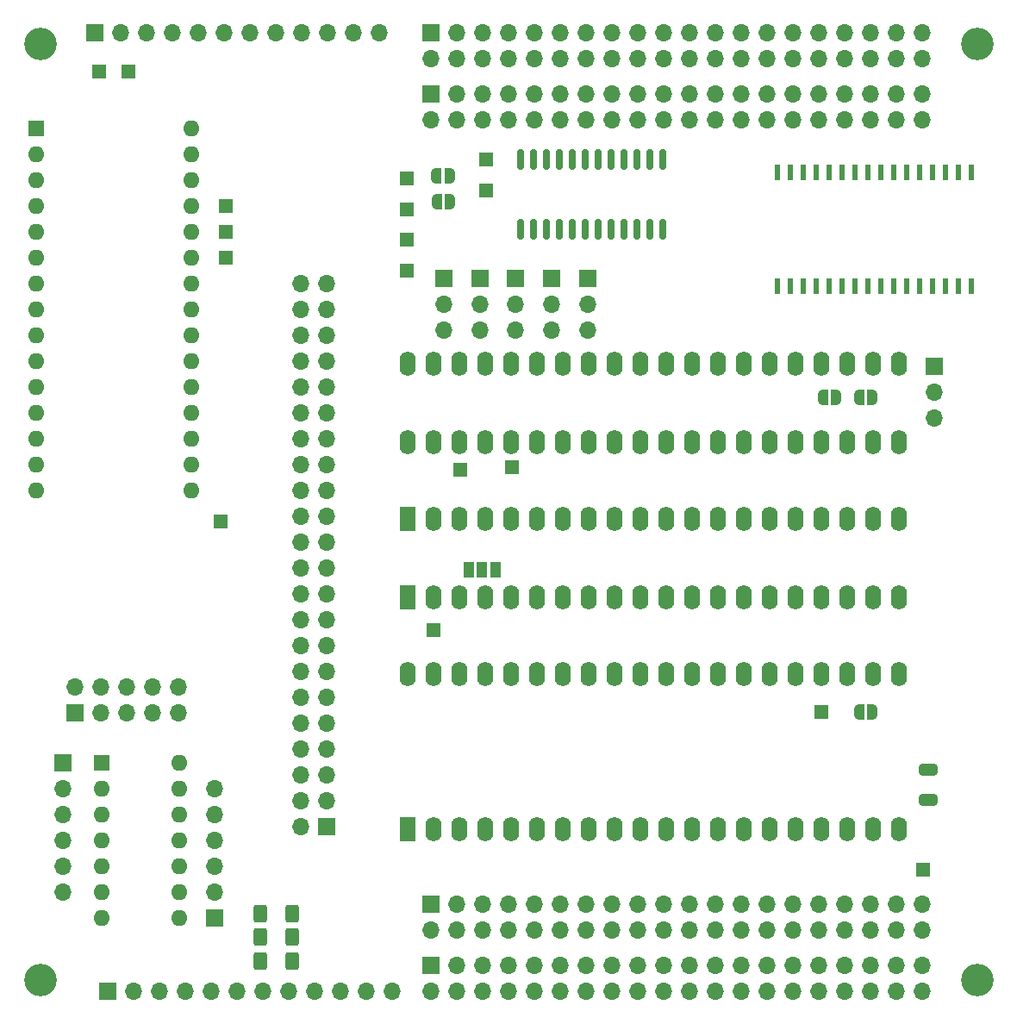
<source format=gbr>
%TF.GenerationSoftware,KiCad,Pcbnew,7.0.5-7.0.5~ubuntu20.04.1*%
%TF.CreationDate,2023-07-18T13:57:16+02:00*%
%TF.ProjectId,MOS_MultiParallel_2,4d4f535f-4d75-46c7-9469-506172616c6c,rev?*%
%TF.SameCoordinates,Original*%
%TF.FileFunction,Soldermask,Bot*%
%TF.FilePolarity,Negative*%
%FSLAX46Y46*%
G04 Gerber Fmt 4.6, Leading zero omitted, Abs format (unit mm)*
G04 Created by KiCad (PCBNEW 7.0.5-7.0.5~ubuntu20.04.1) date 2023-07-18 13:57:16*
%MOMM*%
%LPD*%
G01*
G04 APERTURE LIST*
G04 Aperture macros list*
%AMRoundRect*
0 Rectangle with rounded corners*
0 $1 Rounding radius*
0 $2 $3 $4 $5 $6 $7 $8 $9 X,Y pos of 4 corners*
0 Add a 4 corners polygon primitive as box body*
4,1,4,$2,$3,$4,$5,$6,$7,$8,$9,$2,$3,0*
0 Add four circle primitives for the rounded corners*
1,1,$1+$1,$2,$3*
1,1,$1+$1,$4,$5*
1,1,$1+$1,$6,$7*
1,1,$1+$1,$8,$9*
0 Add four rect primitives between the rounded corners*
20,1,$1+$1,$2,$3,$4,$5,0*
20,1,$1+$1,$4,$5,$6,$7,0*
20,1,$1+$1,$6,$7,$8,$9,0*
20,1,$1+$1,$8,$9,$2,$3,0*%
%AMFreePoly0*
4,1,19,0.500000,-0.750000,0.000000,-0.750000,0.000000,-0.744911,-0.071157,-0.744911,-0.207708,-0.704816,-0.327430,-0.627875,-0.420627,-0.520320,-0.479746,-0.390866,-0.500000,-0.250000,-0.500000,0.250000,-0.479746,0.390866,-0.420627,0.520320,-0.327430,0.627875,-0.207708,0.704816,-0.071157,0.744911,0.000000,0.744911,0.000000,0.750000,0.500000,0.750000,0.500000,-0.750000,0.500000,-0.750000,
$1*%
%AMFreePoly1*
4,1,19,0.000000,0.744911,0.071157,0.744911,0.207708,0.704816,0.327430,0.627875,0.420627,0.520320,0.479746,0.390866,0.500000,0.250000,0.500000,-0.250000,0.479746,-0.390866,0.420627,-0.520320,0.327430,-0.627875,0.207708,-0.704816,0.071157,-0.744911,0.000000,-0.744911,0.000000,-0.750000,-0.500000,-0.750000,-0.500000,0.750000,0.000000,0.750000,0.000000,0.744911,0.000000,0.744911,
$1*%
G04 Aperture macros list end*
%ADD10R,1.700000X1.700000*%
%ADD11O,1.700000X1.700000*%
%ADD12R,1.350000X1.350000*%
%ADD13R,1.600000X2.400000*%
%ADD14O,1.600000X2.400000*%
%ADD15C,3.200000*%
%ADD16R,1.600000X1.600000*%
%ADD17O,1.600000X1.600000*%
%ADD18RoundRect,0.250000X0.650000X-0.325000X0.650000X0.325000X-0.650000X0.325000X-0.650000X-0.325000X0*%
%ADD19FreePoly0,180.000000*%
%ADD20FreePoly1,180.000000*%
%ADD21R,0.600000X1.600000*%
%ADD22R,1.000000X1.500000*%
%ADD23FreePoly0,0.000000*%
%ADD24FreePoly1,0.000000*%
%ADD25RoundRect,0.250000X0.400000X0.625000X-0.400000X0.625000X-0.400000X-0.625000X0.400000X-0.625000X0*%
%ADD26RoundRect,0.150000X0.150000X-0.837500X0.150000X0.837500X-0.150000X0.837500X-0.150000X-0.837500X0*%
G04 APERTURE END LIST*
D10*
%TO.C,J31*%
X129413000Y-126212600D03*
D11*
X126873000Y-126212600D03*
X129413000Y-123672600D03*
X126873000Y-123672600D03*
X129413000Y-121132600D03*
X126873000Y-121132600D03*
X129413000Y-118592600D03*
X126873000Y-118592600D03*
X129413000Y-116052600D03*
X126873000Y-116052600D03*
X129413000Y-113512600D03*
X126873000Y-113512600D03*
X129413000Y-110972600D03*
X126873000Y-110972600D03*
X129413000Y-108432600D03*
X126873000Y-108432600D03*
X129413000Y-105892600D03*
X126873000Y-105892600D03*
X129413000Y-103352600D03*
X126873000Y-103352600D03*
X129413000Y-100812600D03*
X126873000Y-100812600D03*
X129413000Y-98272600D03*
X126873000Y-98272600D03*
X129413000Y-95732600D03*
X126873000Y-95732600D03*
X129413000Y-93192600D03*
X126873000Y-93192600D03*
X129413000Y-90652600D03*
X126873000Y-90652600D03*
X129413000Y-88112600D03*
X126873000Y-88112600D03*
X129413000Y-85572600D03*
X126873000Y-85572600D03*
X129413000Y-83032600D03*
X126873000Y-83032600D03*
X129413000Y-80492600D03*
X126873000Y-80492600D03*
X129413000Y-77952600D03*
X126873000Y-77952600D03*
X129413000Y-75412600D03*
X126873000Y-75412600D03*
X129413000Y-72872600D03*
X126873000Y-72872600D03*
%TD*%
D12*
%TO.C,J14*%
X139954000Y-106984800D03*
%TD*%
D13*
%TO.C,U11*%
X137414000Y-126466600D03*
D14*
X139954000Y-126466600D03*
X142494000Y-126466600D03*
X145034000Y-126466600D03*
X147574000Y-126466600D03*
X150114000Y-126466600D03*
X152654000Y-126466600D03*
X155194000Y-126466600D03*
X157734000Y-126466600D03*
X160274000Y-126466600D03*
X162814000Y-126466600D03*
X165354000Y-126466600D03*
X167894000Y-126466600D03*
X170434000Y-126466600D03*
X172974000Y-126466600D03*
X175514000Y-126466600D03*
X178054000Y-126466600D03*
X180594000Y-126466600D03*
X183134000Y-126466600D03*
X185674000Y-126466600D03*
X185674000Y-111226600D03*
X183134000Y-111226600D03*
X180594000Y-111226600D03*
X178054000Y-111226600D03*
X175514000Y-111226600D03*
X172974000Y-111226600D03*
X170434000Y-111226600D03*
X167894000Y-111226600D03*
X165354000Y-111226600D03*
X162814000Y-111226600D03*
X160274000Y-111226600D03*
X157734000Y-111226600D03*
X155194000Y-111226600D03*
X152654000Y-111226600D03*
X150114000Y-111226600D03*
X147574000Y-111226600D03*
X145034000Y-111226600D03*
X142494000Y-111226600D03*
X139954000Y-111226600D03*
X137414000Y-111226600D03*
%TD*%
D13*
%TO.C,U4*%
X137439400Y-96027000D03*
D14*
X139979400Y-96027000D03*
X142519400Y-96027000D03*
X145059400Y-96027000D03*
X147599400Y-96027000D03*
X150139400Y-96027000D03*
X152679400Y-96027000D03*
X155219400Y-96027000D03*
X157759400Y-96027000D03*
X160299400Y-96027000D03*
X162839400Y-96027000D03*
X165379400Y-96027000D03*
X167919400Y-96027000D03*
X170459400Y-96027000D03*
X172999400Y-96027000D03*
X175539400Y-96027000D03*
X178079400Y-96027000D03*
X180619400Y-96027000D03*
X183159400Y-96027000D03*
X185699400Y-96027000D03*
X185699400Y-80787000D03*
X183159400Y-80787000D03*
X180619400Y-80787000D03*
X178079400Y-80787000D03*
X175539400Y-80787000D03*
X172999400Y-80787000D03*
X170459400Y-80787000D03*
X167919400Y-80787000D03*
X165379400Y-80787000D03*
X162839400Y-80787000D03*
X160299400Y-80787000D03*
X157759400Y-80787000D03*
X155219400Y-80787000D03*
X152679400Y-80787000D03*
X150139400Y-80787000D03*
X147599400Y-80787000D03*
X145059400Y-80787000D03*
X142519400Y-80787000D03*
X139979400Y-80787000D03*
X137439400Y-80787000D03*
%TD*%
D12*
%TO.C,J6*%
X119583200Y-67843400D03*
%TD*%
D10*
%TO.C,J1*%
X139700000Y-48303005D03*
D11*
X139700000Y-50843005D03*
X142240000Y-48303005D03*
X142240000Y-50843005D03*
X144780000Y-48303005D03*
X144780000Y-50843005D03*
X147320000Y-48303005D03*
X147320000Y-50843005D03*
X149860000Y-48303005D03*
X149860000Y-50843005D03*
X152400000Y-48303005D03*
X152400000Y-50843005D03*
X154940000Y-48303005D03*
X154940000Y-50843005D03*
X157480000Y-48303005D03*
X157480000Y-50843005D03*
X160020000Y-48303005D03*
X160020000Y-50843005D03*
X162560000Y-48303005D03*
X162560000Y-50843005D03*
X165100000Y-48303005D03*
X165100000Y-50843005D03*
X167640000Y-48303005D03*
X167640000Y-50843005D03*
X170180000Y-48303005D03*
X170180000Y-50843005D03*
X172720000Y-48303005D03*
X172720000Y-50843005D03*
X175260000Y-48303005D03*
X175260000Y-50843005D03*
X177800000Y-48303005D03*
X177800000Y-50843005D03*
X180340000Y-48303005D03*
X180340000Y-50843005D03*
X182880000Y-48303005D03*
X182880000Y-50843005D03*
X185420000Y-48303005D03*
X185420000Y-50843005D03*
X187960000Y-48303005D03*
X187960000Y-50843005D03*
%TD*%
D12*
%TO.C,J17*%
X145135600Y-60756800D03*
%TD*%
D10*
%TO.C,J27*%
X104698800Y-115040331D03*
D11*
X104698800Y-112500331D03*
X107238800Y-115040331D03*
X107238800Y-112500331D03*
X109778800Y-115040331D03*
X109778800Y-112500331D03*
X112318800Y-115040331D03*
X112318800Y-112500331D03*
X114858800Y-115040331D03*
X114858800Y-112500331D03*
%TD*%
D12*
%TO.C,J12*%
X137346000Y-65625400D03*
%TD*%
%TO.C,J26*%
X137312400Y-71602600D03*
%TD*%
D10*
%TO.C,JP3*%
X148031200Y-72364600D03*
D11*
X148031200Y-74904600D03*
X148031200Y-77444600D03*
%TD*%
D10*
%TO.C,J4*%
X139700000Y-133849005D03*
D11*
X139700000Y-136389005D03*
X142240000Y-133849005D03*
X142240000Y-136389005D03*
X144780000Y-133849005D03*
X144780000Y-136389005D03*
X147320000Y-133849005D03*
X147320000Y-136389005D03*
X149860000Y-133849005D03*
X149860000Y-136389005D03*
X152400000Y-133849005D03*
X152400000Y-136389005D03*
X154940000Y-133849005D03*
X154940000Y-136389005D03*
X157480000Y-133849005D03*
X157480000Y-136389005D03*
X160020000Y-133849005D03*
X160020000Y-136389005D03*
X162560000Y-133849005D03*
X162560000Y-136389005D03*
X165100000Y-133849005D03*
X165100000Y-136389005D03*
X167640000Y-133849005D03*
X167640000Y-136389005D03*
X170180000Y-133849005D03*
X170180000Y-136389005D03*
X172720000Y-133849005D03*
X172720000Y-136389005D03*
X175260000Y-133849005D03*
X175260000Y-136389005D03*
X177800000Y-133849005D03*
X177800000Y-136389005D03*
X180340000Y-133849005D03*
X180340000Y-136389005D03*
X182880000Y-133849005D03*
X182880000Y-136389005D03*
X185420000Y-133849005D03*
X185420000Y-136389005D03*
X187960000Y-133849005D03*
X187960000Y-136389005D03*
%TD*%
D12*
%TO.C,J13*%
X137312400Y-68630800D03*
%TD*%
%TO.C,J16*%
X147624800Y-90932000D03*
%TD*%
D10*
%TO.C,JP4*%
X151561800Y-72364600D03*
D11*
X151561800Y-74904600D03*
X151561800Y-77444600D03*
%TD*%
D12*
%TO.C,J18*%
X145135600Y-63779400D03*
%TD*%
%TO.C,J28*%
X109982000Y-52095400D03*
%TD*%
%TO.C,J5*%
X119583200Y-70383400D03*
%TD*%
D10*
%TO.C,J10*%
X118417300Y-135204200D03*
D11*
X118417300Y-132664200D03*
X118417300Y-130124200D03*
X118417300Y-127584200D03*
X118417300Y-125044200D03*
X118417300Y-122504200D03*
%TD*%
D12*
%TO.C,J29*%
X107086400Y-52070000D03*
%TD*%
D10*
%TO.C,J20*%
X107917000Y-142389005D03*
D11*
X110457000Y-142389005D03*
X112997000Y-142389005D03*
X115537000Y-142389005D03*
X118077000Y-142389005D03*
X120617000Y-142389005D03*
X123157000Y-142389005D03*
X125697000Y-142389005D03*
X128237000Y-142389005D03*
X130777000Y-142389005D03*
X133317000Y-142389005D03*
X135857000Y-142389005D03*
%TD*%
D10*
%TO.C,JP5*%
X155067000Y-72379600D03*
D11*
X155067000Y-74919600D03*
X155067000Y-77459600D03*
%TD*%
D10*
%TO.C,J11*%
X103555800Y-119964200D03*
D11*
X103555800Y-122504200D03*
X103555800Y-125044200D03*
X103555800Y-127584200D03*
X103555800Y-130124200D03*
X103555800Y-132664200D03*
%TD*%
D12*
%TO.C,J7*%
X119024400Y-96240600D03*
%TD*%
%TO.C,J25*%
X178054000Y-114985800D03*
%TD*%
D10*
%TO.C,J2*%
X139700000Y-139849005D03*
D11*
X139700000Y-142389005D03*
X142240000Y-139849005D03*
X142240000Y-142389005D03*
X144780000Y-139849005D03*
X144780000Y-142389005D03*
X147320000Y-139849005D03*
X147320000Y-142389005D03*
X149860000Y-139849005D03*
X149860000Y-142389005D03*
X152400000Y-139849005D03*
X152400000Y-142389005D03*
X154940000Y-139849005D03*
X154940000Y-142389005D03*
X157480000Y-139849005D03*
X157480000Y-142389005D03*
X160020000Y-139849005D03*
X160020000Y-142389005D03*
X162560000Y-139849005D03*
X162560000Y-142389005D03*
X165100000Y-139849005D03*
X165100000Y-142389005D03*
X167640000Y-139849005D03*
X167640000Y-142389005D03*
X170180000Y-139849005D03*
X170180000Y-142389005D03*
X172720000Y-139849005D03*
X172720000Y-142389005D03*
X175260000Y-139849005D03*
X175260000Y-142389005D03*
X177800000Y-139849005D03*
X177800000Y-142389005D03*
X180340000Y-139849005D03*
X180340000Y-142389005D03*
X182880000Y-139849005D03*
X182880000Y-142389005D03*
X185420000Y-139849005D03*
X185420000Y-142389005D03*
X187960000Y-139849005D03*
X187960000Y-142389005D03*
%TD*%
D15*
%TO.C,H3*%
X193340000Y-49346005D03*
%TD*%
D12*
%TO.C,J30*%
X119583200Y-65278000D03*
%TD*%
D10*
%TO.C,J3*%
X139700000Y-54303005D03*
D11*
X139700000Y-56843005D03*
X142240000Y-54303005D03*
X142240000Y-56843005D03*
X144780000Y-54303005D03*
X144780000Y-56843005D03*
X147320000Y-54303005D03*
X147320000Y-56843005D03*
X149860000Y-54303005D03*
X149860000Y-56843005D03*
X152400000Y-54303005D03*
X152400000Y-56843005D03*
X154940000Y-54303005D03*
X154940000Y-56843005D03*
X157480000Y-54303005D03*
X157480000Y-56843005D03*
X160020000Y-54303005D03*
X160020000Y-56843005D03*
X162560000Y-54303005D03*
X162560000Y-56843005D03*
X165100000Y-54303005D03*
X165100000Y-56843005D03*
X167640000Y-54303005D03*
X167640000Y-56843005D03*
X170180000Y-54303005D03*
X170180000Y-56843005D03*
X172720000Y-54303005D03*
X172720000Y-56843005D03*
X175260000Y-54303005D03*
X175260000Y-56843005D03*
X177800000Y-54303005D03*
X177800000Y-56843005D03*
X180340000Y-54303005D03*
X180340000Y-56843005D03*
X182880000Y-54303005D03*
X182880000Y-56843005D03*
X185420000Y-54303005D03*
X185420000Y-56843005D03*
X187960000Y-54303005D03*
X187960000Y-56843005D03*
%TD*%
D13*
%TO.C,U3*%
X137439400Y-103759000D03*
D14*
X139979400Y-103759000D03*
X142519400Y-103759000D03*
X145059400Y-103759000D03*
X147599400Y-103759000D03*
X150139400Y-103759000D03*
X152679400Y-103759000D03*
X155219400Y-103759000D03*
X157759400Y-103759000D03*
X160299400Y-103759000D03*
X162839400Y-103759000D03*
X165379400Y-103759000D03*
X167919400Y-103759000D03*
X170459400Y-103759000D03*
X172999400Y-103759000D03*
X175539400Y-103759000D03*
X178079400Y-103759000D03*
X180619400Y-103759000D03*
X183159400Y-103759000D03*
X185699400Y-103759000D03*
X185699400Y-88519000D03*
X183159400Y-88519000D03*
X180619400Y-88519000D03*
X178079400Y-88519000D03*
X175539400Y-88519000D03*
X172999400Y-88519000D03*
X170459400Y-88519000D03*
X167919400Y-88519000D03*
X165379400Y-88519000D03*
X162839400Y-88519000D03*
X160299400Y-88519000D03*
X157759400Y-88519000D03*
X155219400Y-88519000D03*
X152679400Y-88519000D03*
X150139400Y-88519000D03*
X147599400Y-88519000D03*
X145059400Y-88519000D03*
X142519400Y-88519000D03*
X139979400Y-88519000D03*
X137439400Y-88519000D03*
%TD*%
D12*
%TO.C,J9*%
X137346000Y-62577400D03*
%TD*%
D10*
%TO.C,JP6*%
X189128400Y-81041000D03*
D11*
X189128400Y-83581000D03*
X189128400Y-86121000D03*
%TD*%
D12*
%TO.C,J15*%
X142570200Y-91160600D03*
%TD*%
D15*
%TO.C,H1*%
X101340000Y-49346005D03*
%TD*%
D12*
%TO.C,J8*%
X188036200Y-130454400D03*
%TD*%
D15*
%TO.C,H2*%
X101340000Y-141346005D03*
%TD*%
D10*
%TO.C,JP2*%
X144500600Y-72364600D03*
D11*
X144500600Y-74904600D03*
X144500600Y-77444600D03*
%TD*%
D10*
%TO.C,J21*%
X106680000Y-48260000D03*
D11*
X109220000Y-48260000D03*
X111760000Y-48260000D03*
X114300000Y-48260000D03*
X116840000Y-48260000D03*
X119380000Y-48260000D03*
X121920000Y-48260000D03*
X124460000Y-48260000D03*
X127000000Y-48260000D03*
X129540000Y-48260000D03*
X132080000Y-48260000D03*
X134620000Y-48260000D03*
%TD*%
D16*
%TO.C,A1*%
X100873400Y-57683400D03*
D17*
X100873400Y-60223400D03*
X100873400Y-62763400D03*
X100873400Y-65303400D03*
X100873400Y-67843400D03*
X100873400Y-70383400D03*
X100873400Y-72923400D03*
X100873400Y-75463400D03*
X100873400Y-78003400D03*
X100873400Y-80543400D03*
X100873400Y-83083400D03*
X100873400Y-85623400D03*
X100873400Y-88163400D03*
X100873400Y-90703400D03*
X100873400Y-93243400D03*
X116113400Y-93243400D03*
X116113400Y-90703400D03*
X116113400Y-88163400D03*
X116113400Y-85623400D03*
X116113400Y-83083400D03*
X116113400Y-80543400D03*
X116113400Y-78003400D03*
X116113400Y-75463400D03*
X116113400Y-72923400D03*
X116113400Y-70383400D03*
X116113400Y-67843400D03*
X116113400Y-65303400D03*
X116113400Y-62763400D03*
X116113400Y-60223400D03*
X116113400Y-57683400D03*
%TD*%
D10*
%TO.C,JP1*%
X140970000Y-72364600D03*
D11*
X140970000Y-74904600D03*
X140970000Y-77444600D03*
%TD*%
D15*
%TO.C,H4*%
X193340000Y-141346005D03*
%TD*%
D16*
%TO.C,U2*%
X107375800Y-119959200D03*
D17*
X107375800Y-122499200D03*
X107375800Y-125039200D03*
X107375800Y-127579200D03*
X107375800Y-130119200D03*
X107375800Y-132659200D03*
X107375800Y-135199200D03*
X114995800Y-135199200D03*
X114995800Y-132659200D03*
X114995800Y-130119200D03*
X114995800Y-127579200D03*
X114995800Y-125039200D03*
X114995800Y-122499200D03*
X114995800Y-119959200D03*
%TD*%
D18*
%TO.C,C2*%
X188518800Y-123625400D03*
X188518800Y-120675400D03*
%TD*%
D19*
%TO.C,JP12*%
X183062400Y-114960400D03*
D20*
X181762400Y-114960400D03*
%TD*%
D19*
%TO.C,JP9*%
X141537000Y-62323400D03*
D20*
X140237000Y-62323400D03*
%TD*%
D21*
%TO.C,U5*%
X192746800Y-73166071D03*
X191476800Y-73166071D03*
X190206800Y-73166071D03*
X188936800Y-73166071D03*
X187666800Y-73166071D03*
X186396800Y-73166071D03*
X185126800Y-73166071D03*
X183846800Y-73166071D03*
X182596800Y-73166071D03*
X181316800Y-73166071D03*
X180046800Y-73166071D03*
X178776800Y-73166071D03*
X177506800Y-73166071D03*
X176236800Y-73166071D03*
X174966800Y-73166071D03*
X173696800Y-73166071D03*
X173696800Y-61966071D03*
X174966800Y-61966071D03*
X176236800Y-61966071D03*
X177506800Y-61966071D03*
X178776800Y-61966071D03*
X180046800Y-61966071D03*
X181316800Y-61966071D03*
X182596800Y-61966071D03*
X183846800Y-61966071D03*
X185126800Y-61966071D03*
X186396800Y-61966071D03*
X187666800Y-61966071D03*
X188936800Y-61966071D03*
X190206800Y-61966071D03*
X191476800Y-61966071D03*
X192746800Y-61966071D03*
%TD*%
D22*
%TO.C,JP10*%
X143424600Y-101041200D03*
X144724600Y-101041200D03*
X146024600Y-101041200D03*
%TD*%
D23*
%TO.C,JP11*%
X181732400Y-84074000D03*
D24*
X183032400Y-84074000D03*
%TD*%
D19*
%TO.C,JP7*%
X179491400Y-84089000D03*
D20*
X178191400Y-84089000D03*
%TD*%
D25*
%TO.C,R2*%
X126061400Y-139420600D03*
X122961400Y-139420600D03*
%TD*%
%TO.C,R3*%
X126060200Y-137109200D03*
X122960200Y-137109200D03*
%TD*%
D19*
%TO.C,JP8*%
X141552000Y-64863400D03*
D20*
X140252000Y-64863400D03*
%TD*%
D26*
%TO.C,U1*%
X162509200Y-67605600D03*
X161239200Y-67605600D03*
X159969200Y-67605600D03*
X158699200Y-67605600D03*
X157429200Y-67605600D03*
X156159200Y-67605600D03*
X154889200Y-67605600D03*
X153619200Y-67605600D03*
X152349200Y-67605600D03*
X151079200Y-67605600D03*
X149809200Y-67605600D03*
X148539200Y-67605600D03*
X148539200Y-60680600D03*
X149809200Y-60680600D03*
X151079200Y-60680600D03*
X152349200Y-60680600D03*
X153619200Y-60680600D03*
X154889200Y-60680600D03*
X156159200Y-60680600D03*
X157429200Y-60680600D03*
X158699200Y-60680600D03*
X159969200Y-60680600D03*
X161239200Y-60680600D03*
X162509200Y-60680600D03*
%TD*%
D25*
%TO.C,R4*%
X126061400Y-134797800D03*
X122961400Y-134797800D03*
%TD*%
M02*

</source>
